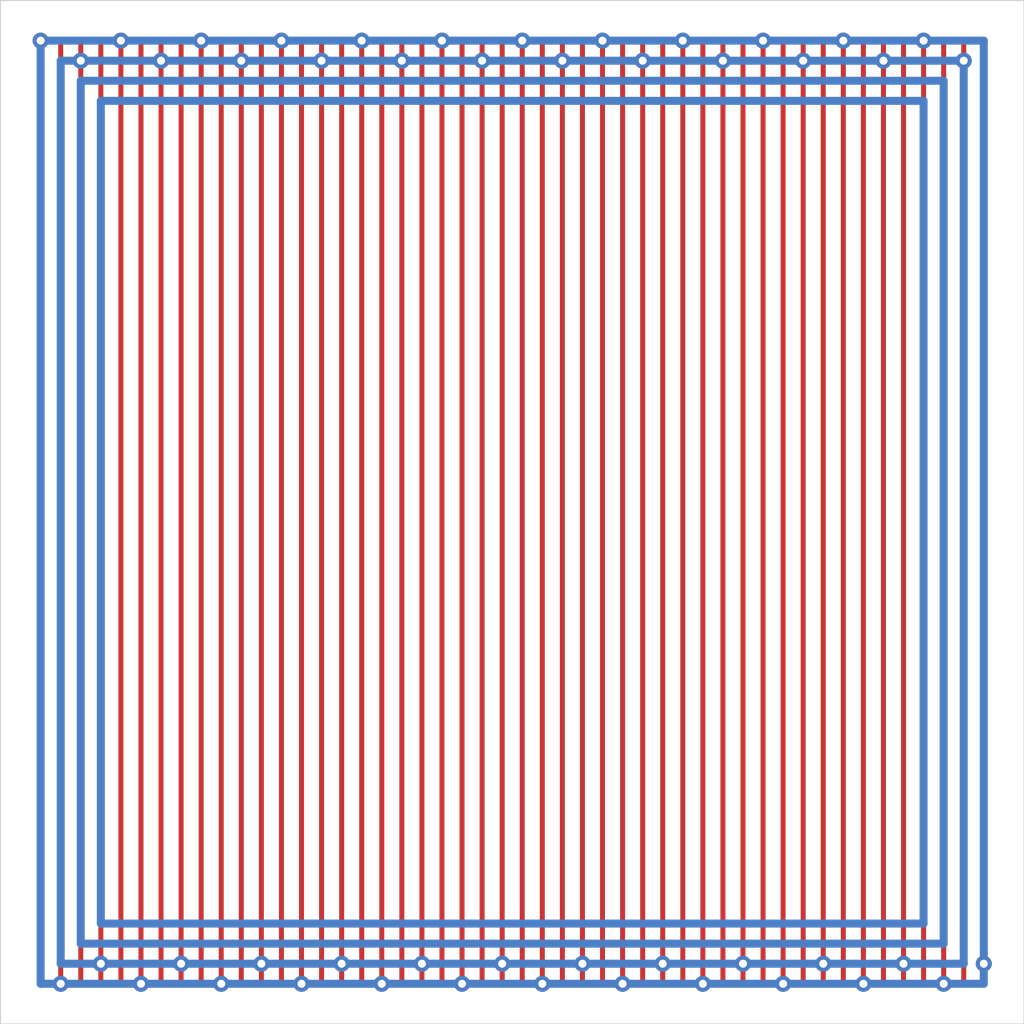
<source format=kicad_pcb>
(kicad_pcb (version 20171130) (host pcbnew "(5.1.9)-1")

  (general
    (thickness 1.6)
    (drawings 4)
    (tracks 116)
    (zones 0)
    (modules 0)
    (nets 1)
  )

  (page A4)
  (layers
    (0 F.Cu signal)
    (31 B.Cu signal)
    (32 B.Adhes user)
    (33 F.Adhes user)
    (34 B.Paste user)
    (35 F.Paste user)
    (36 B.SilkS user)
    (37 F.SilkS user)
    (38 B.Mask user)
    (39 F.Mask user)
    (40 Dwgs.User user)
    (41 Cmts.User user)
    (42 Eco1.User user)
    (43 Eco2.User user)
    (44 Edge.Cuts user)
    (45 Margin user)
    (46 B.CrtYd user)
    (47 F.CrtYd user)
    (48 B.Fab user)
    (49 F.Fab user)
  )

  (setup
    (last_trace_width 0.25)
    (trace_clearance 0.2)
    (zone_clearance 0.508)
    (zone_45_only no)
    (trace_min 0.2)
    (via_size 0.8)
    (via_drill 0.4)
    (via_min_size 0.4)
    (via_min_drill 0.3)
    (uvia_size 0.3)
    (uvia_drill 0.1)
    (uvias_allowed no)
    (uvia_min_size 0.2)
    (uvia_min_drill 0.1)
    (edge_width 0.05)
    (segment_width 0.2)
    (pcb_text_width 0.3)
    (pcb_text_size 1.5 1.5)
    (mod_edge_width 0.12)
    (mod_text_size 1 1)
    (mod_text_width 0.15)
    (pad_size 1.524 1.524)
    (pad_drill 0.762)
    (pad_to_mask_clearance 0)
    (aux_axis_origin 0 0)
    (visible_elements FFFFFF7F)
    (pcbplotparams
      (layerselection 0x010fc_ffffffff)
      (usegerberextensions false)
      (usegerberattributes true)
      (usegerberadvancedattributes true)
      (creategerberjobfile true)
      (excludeedgelayer true)
      (linewidth 0.100000)
      (plotframeref false)
      (viasonmask false)
      (mode 1)
      (useauxorigin false)
      (hpglpennumber 1)
      (hpglpenspeed 20)
      (hpglpendiameter 15.000000)
      (psnegative false)
      (psa4output false)
      (plotreference true)
      (plotvalue true)
      (plotinvisibletext false)
      (padsonsilk false)
      (subtractmaskfromsilk false)
      (outputformat 1)
      (mirror false)
      (drillshape 1)
      (scaleselection 1)
      (outputdirectory ""))
  )

  (net 0 "")

  (net_class Default "This is the default net class."
    (clearance 0.2)
    (trace_width 0.25)
    (via_dia 0.8)
    (via_drill 0.4)
    (uvia_dia 0.3)
    (uvia_drill 0.1)
  )

  (gr_line (start -26 -26) (end -26 25) (layer Edge.Cuts) (width 0.05))
  (gr_line (start -26 25) (end 25 25) (layer Edge.Cuts) (width 0.05))
  (gr_line (start 25 -26) (end 25 25) (layer Edge.Cuts) (width 0.05))
  (gr_line (start -26 -26) (end 25 -26) (layer Edge.Cuts) (width 0.05))

  (segment (start -24 -24) (end -24 23) (width 0.4) (layer B.Cu) (net 0))
  (segment (start -24 -24) (end 23 -24) (width 0.4) (layer B.Cu) (net 0))
  (segment (start 23 -24) (end 23 23) (width 0.4) (layer B.Cu) (net 0))
  (segment (start -24 23) (end 23 23) (width 0.4) (layer B.Cu) (net 0))
  (segment (start -23 -23) (end -23 22) (width 0.4) (layer B.Cu) (net 0))
  (segment (start -23 22) (end 22 22) (width 0.4) (layer B.Cu) (net 0))
  (segment (start 22 22) (end 22 -23) (width 0.4) (layer B.Cu) (net 0))
  (segment (start -23 -23) (end 22 -23) (width 0.4) (layer B.Cu) (net 0))
  (segment (start -22 -22) (end -22 21) (width 0.4) (layer B.Cu) (net 0) (tstamp 6070896B))
  (segment (start -22 -22) (end 21 -22) (width 0.4) (layer B.Cu) (net 0) (tstamp 6070896B))
  (segment (start 21 21) (end -22 21) (width 0.4) (layer B.Cu) (net 0) (tstamp 6070896B))
  (segment (start 21 -22) (end 21 21) (width 0.4) (layer B.Cu) (net 0) (tstamp 6070896B))
  (segment (start -21 -21) (end -21 20) (width 0.4) (layer B.Cu) (net 0) (tstamp 6070896B))
  (segment (start -21 -21) (end 20 -21) (width 0.4) (layer B.Cu) (net 0) (tstamp 6070896B))
  (segment (start 20 20) (end -21 20) (width 0.4) (layer B.Cu) (net 0) (tstamp 6070896B))
  (segment (start 20 -21) (end 20 20) (width 0.4) (layer B.Cu) (net 0) (tstamp 6070896B))
  (segment (start -24 -24) (end -24 -24) (width 0.25) (layer F.Cu) (net 0))
  (segment (start -23 -24) (end -23 23) (width 0.25) (layer F.Cu) (net 0) (tstamp 60708B34))
  (segment (start -22 -24) (end -22 -23) (width 0.25) (layer F.Cu) (net 0) (tstamp 60708B36))
  (segment (start -21 -24) (end -21 22) (width 0.25) (layer F.Cu) (net 0) (tstamp 60708B38))
  (segment (start -20 -24) (end -20 23) (width 0.25) (layer F.Cu) (net 0) (tstamp 60708B3A))
  (segment (start -19 -24) (end -19 23) (width 0.25) (layer F.Cu) (net 0) (tstamp 60708B3C))
  (segment (start -18 -24) (end -18 23) (width 0.25) (layer F.Cu) (net 0) (tstamp 60708B3E))
  (segment (start -17 -24) (end -17 23) (width 0.25) (layer F.Cu) (net 0) (tstamp 60708B40))
  (segment (start -16 -24) (end -16 23) (width 0.25) (layer F.Cu) (net 0) (tstamp 60708B42))
  (segment (start -15 -24) (end -15 23) (width 0.25) (layer F.Cu) (net 0) (tstamp 60708B44))
  (segment (start -14 -24) (end -14 23) (width 0.25) (layer F.Cu) (net 0) (tstamp 60708B46))
  (segment (start -13 -24) (end -13 23) (width 0.25) (layer F.Cu) (net 0) (tstamp 60708B48))
  (segment (start -12 -24) (end -12 23) (width 0.25) (layer F.Cu) (net 0) (tstamp 60708B4A))
  (segment (start -11 -24) (end -11 23) (width 0.25) (layer F.Cu) (net 0) (tstamp 60708B4C))
  (segment (start -10 -24) (end -10 23) (width 0.25) (layer F.Cu) (net 0) (tstamp 60708B4E))
  (segment (start -9 -24) (end -9 23) (width 0.25) (layer F.Cu) (net 0) (tstamp 60708B50))
  (segment (start -8 -24) (end -8 23) (width 0.25) (layer F.Cu) (net 0) (tstamp 60708B52))
  (segment (start -7 -24) (end -7 23) (width 0.25) (layer F.Cu) (net 0) (tstamp 60708B54))
  (segment (start -6 -24) (end -6 23) (width 0.25) (layer F.Cu) (net 0) (tstamp 60708B56))
  (segment (start -5 -24) (end -5 23) (width 0.25) (layer F.Cu) (net 0) (tstamp 60708B58))
  (segment (start -4 -24) (end -4 23) (width 0.25) (layer F.Cu) (net 0) (tstamp 60708B5A))
  (segment (start -3 -24) (end -3 23) (width 0.25) (layer F.Cu) (net 0) (tstamp 60708B5C))
  (segment (start -2 -24) (end -2 23) (width 0.25) (layer F.Cu) (net 0) (tstamp 60708B5E))
  (segment (start -1 -24) (end -1 23) (width 0.25) (layer F.Cu) (net 0) (tstamp 60708B60))
  (segment (start 0 -24) (end 0 23) (width 0.25) (layer F.Cu) (net 0) (tstamp 60708B62))
  (segment (start 1 -24) (end 1 23) (width 0.25) (layer F.Cu) (net 0) (tstamp 60708B64))
  (segment (start 2 -24) (end 2 23) (width 0.25) (layer F.Cu) (net 0) (tstamp 60708B66))
  (segment (start 3 -24) (end 3 23) (width 0.25) (layer F.Cu) (net 0) (tstamp 60708B68))
  (segment (start 4 -24) (end 4 23) (width 0.25) (layer F.Cu) (net 0) (tstamp 60708B6A))
  (segment (start 5 -24) (end 5 23) (width 0.25) (layer F.Cu) (net 0) (tstamp 60708B6C))
  (segment (start 6 -24) (end 6 23) (width 0.25) (layer F.Cu) (net 0) (tstamp 60708B6E))
  (segment (start 7 -24) (end 7 23) (width 0.25) (layer F.Cu) (net 0) (tstamp 60708B70))
  (segment (start 8 -24) (end 8 23) (width 0.25) (layer F.Cu) (net 0) (tstamp 60708B72))
  (segment (start 9 -24) (end 9 23) (width 0.25) (layer F.Cu) (net 0) (tstamp 60708B74))
  (segment (start 10 -24) (end 10 23) (width 0.25) (layer F.Cu) (net 0) (tstamp 60708B76))
  (segment (start 11 -24) (end 11 23) (width 0.25) (layer F.Cu) (net 0) (tstamp 60708B78))
  (segment (start 12 -24) (end 12 23) (width 0.25) (layer F.Cu) (net 0) (tstamp 60708B7A))
  (segment (start 13 -24) (end 13 23) (width 0.25) (layer F.Cu) (net 0) (tstamp 60708B7C))
  (segment (start 14 -24) (end 14 23) (width 0.25) (layer F.Cu) (net 0) (tstamp 60708B7E))
  (segment (start 15 -24) (end 15 23) (width 0.25) (layer F.Cu) (net 0) (tstamp 60708B80))
  (segment (start 16 -24) (end 16 23) (width 0.25) (layer F.Cu) (net 0) (tstamp 60708B82))
  (segment (start 17 -24) (end 17 23) (width 0.25) (layer F.Cu) (net 0) (tstamp 60708B84))
  (segment (start 18 -24) (end 18 23) (width 0.25) (layer F.Cu) (net 0) (tstamp 60708B86))
  (segment (start 19 -24) (end 19 23) (width 0.25) (layer F.Cu) (net 0) (tstamp 60708B88))
  (segment (start 20 -24) (end 20 23) (width 0.25) (layer F.Cu) (net 0) (tstamp 60708B8A))
  (segment (start 21 -24) (end 21 23) (width 0.25) (layer F.Cu) (net 0) (tstamp 60708B8C))
  (segment (start 22 -24) (end 22 23) (width 0.25) (layer F.Cu) (net 0) (tstamp 60708B8E))
  (segment (start 23 -24) (end 23 23) (width 0.25) (layer F.Cu) (net 0) (tstamp 60708B90))
  (segment (start -24 -24) (end -24 23) (width 0.25) (layer F.Cu) (net 0) (tstamp 60708B94))
  (via (at -24 -24) (size 0.8) (drill 0.4) (layers F.Cu B.Cu) (net 0))
  (segment (start -22 -23) (end -22 23) (width 0.25) (layer F.Cu) (net 0) (tstamp 60708B96))
  (via (at -22 -23) (size 0.8) (drill 0.4) (layers F.Cu B.Cu) (net 0))
  (segment (start -23 23) (end -23 23) (width 0.25) (layer F.Cu) (net 0) (tstamp 60708B98))
  (via (at -23 23) (size 0.8) (drill 0.4) (layers F.Cu B.Cu) (net 0))
  (segment (start -21 22) (end -21 23) (width 0.25) (layer F.Cu) (net 0) (tstamp 60708B9A))
  (via (at -21 22) (size 0.8) (drill 0.4) (layers F.Cu B.Cu) (net 0))
  (via (at -20 -24) (size 0.8) (drill 0.4) (layers F.Cu B.Cu) (net 0) (tstamp 60708B9E))
  (via (at -16 -24) (size 0.8) (drill 0.4) (layers F.Cu B.Cu) (net 0) (tstamp 60708BA0))
  (via (at -12 -24) (size 0.8) (drill 0.4) (layers F.Cu B.Cu) (net 0) (tstamp 60708BA2))
  (via (at -8 -24) (size 0.8) (drill 0.4) (layers F.Cu B.Cu) (net 0) (tstamp 60708BA4))
  (via (at -4 -24) (size 0.8) (drill 0.4) (layers F.Cu B.Cu) (net 0) (tstamp 60708BA6))
  (via (at 0 -24) (size 0.8) (drill 0.4) (layers F.Cu B.Cu) (net 0) (tstamp 60708BA8))
  (via (at 4 -24) (size 0.8) (drill 0.4) (layers F.Cu B.Cu) (net 0) (tstamp 60708BAA))
  (via (at 8 -24) (size 0.8) (drill 0.4) (layers F.Cu B.Cu) (net 0) (tstamp 60708BAC))
  (via (at 12 -24) (size 0.8) (drill 0.4) (layers F.Cu B.Cu) (net 0) (tstamp 60708BAE))
  (via (at 16 -24) (size 0.8) (drill 0.4) (layers F.Cu B.Cu) (net 0) (tstamp 60708BB0))
  (via (at 20 -24) (size 0.8) (drill 0.4) (layers F.Cu B.Cu) (net 0) (tstamp 60708BB2))
  (via (at -18 -23) (size 0.8) (drill 0.4) (layers F.Cu B.Cu) (net 0) (tstamp 60708BB9))
  (via (at -14 -23) (size 0.8) (drill 0.4) (layers F.Cu B.Cu) (net 0) (tstamp 60708BBB))
  (via (at -10 -23) (size 0.8) (drill 0.4) (layers F.Cu B.Cu) (net 0) (tstamp 60708BBD))
  (via (at -6 -23) (size 0.8) (drill 0.4) (layers F.Cu B.Cu) (net 0) (tstamp 60708BBF))
  (via (at -2 -23) (size 0.8) (drill 0.4) (layers F.Cu B.Cu) (net 0) (tstamp 60708BC1))
  (via (at 2 -23) (size 0.8) (drill 0.4) (layers F.Cu B.Cu) (net 0) (tstamp 60708BC3))
  (via (at 6 -23) (size 0.8) (drill 0.4) (layers F.Cu B.Cu) (net 0) (tstamp 60708BC5))
  (via (at 10 -23) (size 0.8) (drill 0.4) (layers F.Cu B.Cu) (net 0) (tstamp 60708BC7))
  (via (at 14 -23) (size 0.8) (drill 0.4) (layers F.Cu B.Cu) (net 0) (tstamp 60708BC9))
  (via (at 18 -23) (size 0.8) (drill 0.4) (layers F.Cu B.Cu) (net 0) (tstamp 60708BCB))
  (via (at 22 -23) (size 0.8) (drill 0.4) (layers F.Cu B.Cu) (net 0) (tstamp 60708BCD))
  (via (at -19 23) (size 0.8) (drill 0.4) (layers F.Cu B.Cu) (net 0) (tstamp 60708BD1))
  (via (at -15 23) (size 0.8) (drill 0.4) (layers F.Cu B.Cu) (net 0) (tstamp 60708BD3))
  (via (at -11 23) (size 0.8) (drill 0.4) (layers F.Cu B.Cu) (net 0) (tstamp 60708BD5))
  (via (at -7 23) (size 0.8) (drill 0.4) (layers F.Cu B.Cu) (net 0) (tstamp 60708BD7))
  (via (at -3 23) (size 0.8) (drill 0.4) (layers F.Cu B.Cu) (net 0) (tstamp 60708BD9))
  (via (at 1 23) (size 0.8) (drill 0.4) (layers F.Cu B.Cu) (net 0) (tstamp 60708BDB))
  (via (at 5 23) (size 0.8) (drill 0.4) (layers F.Cu B.Cu) (net 0) (tstamp 60708BDD))
  (via (at 9 23) (size 0.8) (drill 0.4) (layers F.Cu B.Cu) (net 0) (tstamp 60708BDF))
  (via (at 13 23) (size 0.8) (drill 0.4) (layers F.Cu B.Cu) (net 0) (tstamp 60708BE1))
  (via (at 17 23) (size 0.8) (drill 0.4) (layers F.Cu B.Cu) (net 0) (tstamp 60708BE3))
  (via (at 21 23) (size 0.8) (drill 0.4) (layers F.Cu B.Cu) (net 0) (tstamp 60708BE5))
  (via (at -17 22) (size 0.8) (drill 0.4) (layers F.Cu B.Cu) (net 0) (tstamp 60708BE9))
  (via (at -13 22) (size 0.8) (drill 0.4) (layers F.Cu B.Cu) (net 0) (tstamp 60708BEB))
  (via (at -9 22) (size 0.8) (drill 0.4) (layers F.Cu B.Cu) (net 0) (tstamp 60708BED))
  (via (at -5 22) (size 0.8) (drill 0.4) (layers F.Cu B.Cu) (net 0) (tstamp 60708BEF))
  (via (at -1 22) (size 0.8) (drill 0.4) (layers F.Cu B.Cu) (net 0) (tstamp 60708BF1))
  (via (at 3 22) (size 0.8) (drill 0.4) (layers F.Cu B.Cu) (net 0) (tstamp 60708BF3))
  (via (at 7 22) (size 0.8) (drill 0.4) (layers F.Cu B.Cu) (net 0) (tstamp 60708BF5))
  (via (at 11 22) (size 0.8) (drill 0.4) (layers F.Cu B.Cu) (net 0) (tstamp 60708BF7))
  (via (at 15 22) (size 0.8) (drill 0.4) (layers F.Cu B.Cu) (net 0) (tstamp 60708BF9))
  (via (at 19 22) (size 0.8) (drill 0.4) (layers F.Cu B.Cu) (net 0) (tstamp 60708BFB))
  (via (at 23 22) (size 0.8) (drill 0.4) (layers F.Cu B.Cu) (net 0) (tstamp 60708BFD))

)

</source>
